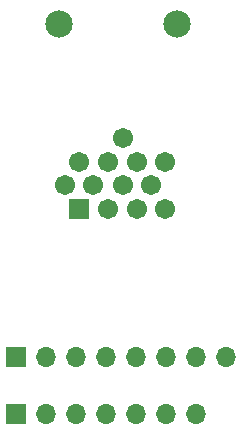
<source format=gbr>
%TF.GenerationSoftware,KiCad,Pcbnew,8.0.6*%
%TF.CreationDate,2025-02-06T00:10:06+01:00*%
%TF.ProjectId,breakout,62726561-6b6f-4757-942e-6b696361645f,rev?*%
%TF.SameCoordinates,Original*%
%TF.FileFunction,Soldermask,Bot*%
%TF.FilePolarity,Negative*%
%FSLAX46Y46*%
G04 Gerber Fmt 4.6, Leading zero omitted, Abs format (unit mm)*
G04 Created by KiCad (PCBNEW 8.0.6) date 2025-02-06 00:10:06*
%MOMM*%
%LPD*%
G01*
G04 APERTURE LIST*
G04 Aperture macros list*
%AMRoundRect*
0 Rectangle with rounded corners*
0 $1 Rounding radius*
0 $2 $3 $4 $5 $6 $7 $8 $9 X,Y pos of 4 corners*
0 Add a 4 corners polygon primitive as box body*
4,1,4,$2,$3,$4,$5,$6,$7,$8,$9,$2,$3,0*
0 Add four circle primitives for the rounded corners*
1,1,$1+$1,$2,$3*
1,1,$1+$1,$4,$5*
1,1,$1+$1,$6,$7*
1,1,$1+$1,$8,$9*
0 Add four rect primitives between the rounded corners*
20,1,$1+$1,$2,$3,$4,$5,0*
20,1,$1+$1,$4,$5,$6,$7,0*
20,1,$1+$1,$6,$7,$8,$9,0*
20,1,$1+$1,$8,$9,$2,$3,0*%
G04 Aperture macros list end*
%ADD10RoundRect,0.102000X0.754000X0.754000X-0.754000X0.754000X-0.754000X-0.754000X0.754000X-0.754000X0*%
%ADD11C,1.712000*%
%ADD12C,2.304000*%
%ADD13R,1.700000X1.700000*%
%ADD14O,1.700000X1.700000*%
G04 APERTURE END LIST*
D10*
%TO.C,J1*%
X91442000Y-102568000D03*
D11*
X93942000Y-102568000D03*
X96342000Y-102568000D03*
X98742000Y-102568000D03*
X90242000Y-100568000D03*
X92642000Y-100568000D03*
X95142000Y-100568000D03*
X97542000Y-100568000D03*
X91442000Y-98568000D03*
X93942000Y-98568000D03*
X96342000Y-98568000D03*
X98742000Y-98568000D03*
X95142000Y-96568000D03*
D12*
X99742000Y-86868000D03*
X89742000Y-86868000D03*
%TD*%
D13*
%TO.C,J3*%
X86106000Y-119888000D03*
D14*
X88646000Y-119888000D03*
X91186000Y-119888000D03*
X93726000Y-119888000D03*
X96266000Y-119888000D03*
X98806000Y-119888000D03*
X101346000Y-119888000D03*
%TD*%
D13*
%TO.C,J2*%
X86106000Y-115062000D03*
D14*
X88646000Y-115062000D03*
X91186000Y-115062000D03*
X93726000Y-115062000D03*
X96266000Y-115062000D03*
X98806000Y-115062000D03*
X101346000Y-115062000D03*
X103886000Y-115062000D03*
%TD*%
M02*

</source>
